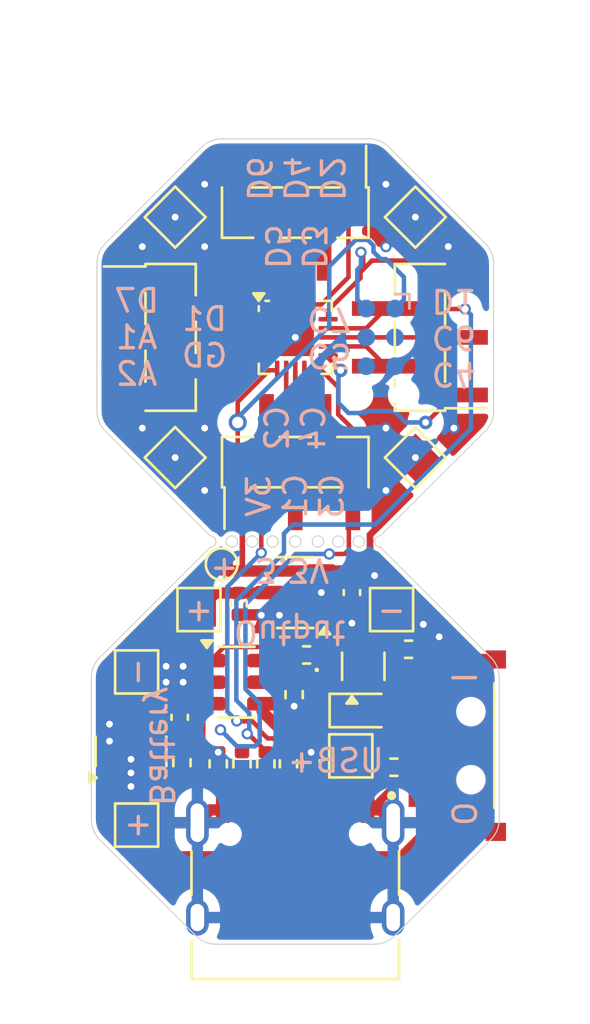
<source format=kicad_pcb>
(kicad_pcb (version 20240108) (generator "pcbnew") (generator_version "8.0")
  (layers (0 "F.Cu" signal) (31 "B.Cu" signal) (34 "B.Paste" user) (35 "F.Paste" user) (36 "B.SilkS" user "B.Silkscreen") (37 "F.SilkS" user "F.Silkscreen") (38 "B.Mask" user) (39 "F.Mask" user) (44 "Edge.Cuts" user))
  (net 0 "")
  (net 1 "GND")
  (net 2 "+5V")
  (net 3 "+3.3V")
  (net 4 "+BATT")
  (net 5 "Net-(U3-GND)")
  (net 6 "Net-(D1-K)")
  (net 7 "V_RAW")
  (net 11 "/SWDIO")
  (net 12 "Net-(J2-D--PadA7)")
  (net 13 "Net-(J2-D+-PadA6)")
  (net 15 "Net-(J2-CC2)")
  (net 17 "Net-(J2-CC1)")
  (net 18 "Net-(Q1A-D)")
  (net 19 "Net-(Q1B-G)")
  (net 20 "Net-(U2-PROG)")
  (net 21 "Net-(U2-~{CHRG})")
  (net 22 "D+")
  (net 23 "D-")
  (net 24 "DPU")
  (net 25 "Net-(U3-VDD)")
  (net 28 "/PD5")
  (net 29 "/PD6")
  (net 30 "/PD3")
  (net 31 "/PD4")
  (net 32 "/PD2")
  (net 33 "/PA1")
  (net 34 "/PA2")
  (net 35 "/PD7")
  (net 36 "/PD0")
  (net 37 "/PC1")
  (net 38 "/PC2")
  (net 39 "/PC4")
  (net 40 "/PC6")
  (net 41 "/PC5")
  (footprint "Connector_PinHeader_1.27mm:PinHeader_1x05_P1.27mm_Vertical_SMD_Pin1Left" (layer "F.Cu") (at 83.5 69.5)
    (property "Reference" "J4" (hide yes))
    (property "Value" "Conn_01x05_Socket")
  )
  (footprint "Resistor_SMD:R_0402_1005Metric" (layer "F.Cu") (at 89.7 88.3 -90)
    (property "Reference" "R4" (hide yes))
    (property "Value" "5.1k")
  )
  (footprint "Capacitor_SMD:C_0402_1005Metric" (layer "F.Cu") (at 91.5 80.75 90)
    (property "Reference" "C2" (hide yes))
    (property "Value" "1uF")
  )
  (footprint "Connector_PinHeader_1.27mm:PinHeader_1x05_P1.27mm_Vertical_SMD_Pin1Left" (layer "F.Cu") (at 89 75 90)
    (property "Reference" "J5" (hide yes))
    (property "Value" "Conn_01x05_Socket")
  )
  (footprint "Resistor_SMD:R_0402_1005Metric" (layer "F.Cu") (at 86.65 88.3 -90)
    (property "Reference" "R6" (hide yes))
    (property "Value" "47")
  )
  (footprint "Capacitor_SMD:C_0402_1005Metric" (layer "F.Cu") (at 83.9 86.25 -90)
    (property "Reference" "C3" (hide yes))
    (property "Value" "100n")
  )
  (footprint "TestPoint:TestPoint_Pad_D1.0mm" (layer "F.Cu") (at 85.75 79.5)
    (property "Reference" "TP10" (hide yes))
    (property "Value" "TestPoint")
  )
  (footprint "TestPoint:TestPoint_Pad_1.5x1.5mm" (layer "F.Cu") (at 82 91)
    (property "Reference" "TP1" (hide yes))
    (property "Value" "TestPoint")
  )
  (footprint "TestPoint:TestPoint_Pad_1.5x1.5mm" (layer "F.Cu") (at 94.3 64.2 45)
    (property "Reference" "TP4" (hide yes))
    (property "Value" "TestPoint")
  )
  (footprint "Package_TO_SOT_SMD:SOT-23" (layer "F.Cu") (at 81.75 87.75 90)
    (property "Reference" "U3" (hide yes))
    (property "Value" "XB3303ASOT23")
  )
  (footprint "Resistor_SMD:R_0402_1005Metric" (layer "F.Cu") (at 89.5 83.5)
    (property "Reference" "R2" (hide yes))
    (property "Value" "1.5k")
  )
  (footprint "TestPoint:TestPoint_Pad_1.5x1.5mm" (layer "F.Cu") (at 94.3 74.8 45)
    (property "Reference" "TP6" (hide yes))
    (property "Value" "TestPoint")
  )
  (footprint "LED_SMD:LED_0402_1005Metric" (layer "F.Cu") (at 89.95 85.25 -90)
    (property "Reference" "D1" (hide yes))
    (property "Value" "LED")
  )
  (footprint "Diode_SMD:D_0603_1608Metric" (layer "F.Cu") (at 92 85.95)
    (property "Reference" "D2" (hide yes))
    (property "Value" "D")
  )
  (footprint "Resistor_SMD:R_0402_1005Metric" (layer "F.Cu") (at 94 83.25)
    (property "Reference" "R8" (hide yes))
    (property "Value" "100k")
  )
  (footprint "Package_TO_SOT_SMD:SOT-23-3" (layer "F.Cu") (at 89 80.75 180)
    (property "Reference" "U4" (hide yes))
    (property "Value" "XC6206PxxxMR")
  )
  (footprint "TestPoint:TestPoint_Pad_1.5x1.5mm" (layer "F.Cu") (at 84.75 81.5)
    (property "Reference" "TP3" (hide yes))
    (property "Value" "TestPoint")
  )
  (footprint "Resistor_SMD:R_0402_1005Metric" (layer "F.Cu") (at 84 88.25 -90)
    (property "Reference" "R10" (hide yes))
    (property "Value" "100")
  )
  (footprint "Connector_PinHeader_1.27mm:PinHeader_1x05_P1.27mm_Vertical_SMD_Pin1Left" (layer "F.Cu") (at 94.5 69.5 180)
    (property "Reference" "J6" (hide yes))
    (property "Value" "Conn_01x05_Socket")
  )
  (footprint "common:SK3296S01L1" (layer "F.Cu") (at 95.5 87.5 -90)
    (property "Reference" "S1" (hide yes))
    (property "Value" "SK-3296S-01-L1")
  )
  (footprint "Connector_PinHeader_1.27mm:PinHeader_1x05_P1.27mm_Vertical_SMD_Pin1Left" (layer "F.Cu") (at 89 64 -90)
    (property "Reference" "J3" (hide yes))
    (property "Value" "Conn_01x05_Socket")
  )
  (footprint "Capacitor_SMD:C_0402_1005Metric" (layer "F.Cu") (at 86.5 81.25 90)
    (property "Reference" "C1" (hide yes))
    (property "Value" "1uF")
  )
  (footprint "Resistor_SMD:R_0402_1005Metric" (layer "F.Cu") (at 87.7 88.3 -90)
    (property "Reference" "R7" (hide yes))
    (property "Value" "1.5k")
  )
  (footprint "Package_DFN_QFN:QFN-20-1EP_3x3mm_P0.4mm_EP1.65x1.65mm" (layer "F.Cu") (at 89 69.5)
    (property "Reference" "U1" (hide yes))
    (property "Value" "CH32V003FxUx")
  )
  (footprint "Resistor_SMD:R_0402_1005Metric" (layer "F.Cu") (at 93.35 88.45)
    (property "Reference" "R9" (hide yes))
    (property "Value" "100k")
  )
  (footprint "Package_TO_SOT_SMD:SOT-563" (layer "F.Cu") (at 92 84 90)
    (property "Reference" "Q1" (hide yes))
    (property "Value" "Q_Dual_PMOS_S1G1D2S2G2D1")
  )
  (footprint "TestPoint:TestPoint_Pad_1.5x1.5mm" (layer "F.Cu") (at 91.45 87.95)
    (property "Reference" "TP9" (hide yes))
    (property "Value" "TestPoint")
  )
  (footprint "Connector_USB:USB_C_Receptacle_XKB_U262-16XN-4BVC11" (layer "F.Cu") (at 89 94)
    (property "Reference" "J2" (hide yes))
    (property "Value" "USB_C_Receptacle_USB2.0_16P")
  )
  (footprint "TestPoint:TestPoint_Pad_1.5x1.5mm" (layer "F.Cu") (at 82 84.25)
    (property "Reference" "TP2" (hide yes))
    (property "Value" "TestPoint")
  )
  (footprint "Resistor_SMD:R_0402_1005Metric" (layer "F.Cu") (at 85.6 88.3 -90)
    (property "Reference" "R3" (hide yes))
    (property "Value" "5.1k")
  )
  (footprint "TestPoint:TestPoint_Pad_1.5x1.5mm" (layer "F.Cu") (at 83.7 64.2 45)
    (property "Reference" "TP5" (hide yes))
    (property "Value" "TestPoint")
  )
  (footprint "Resistor_SMD:R_0402_1005Metric" (layer "F.Cu") (at 88.7 88.3 -90)
    (property "Reference" "R5" (hide yes))
    (property "Value" "47")
  )
  (footprint "TestPoint:TestPoint_Pad_1.5x1.5mm" (layer "F.Cu") (at 93.25 81.5)
    (property "Reference" "TP8" (hide yes))
    (property "Value" "TestPoint")
  )
  (footprint "Resistor_SMD:R_0402_1005Metric" (layer "F.Cu") (at 88.95 85.25 -90)
    (property "Reference" "R1" (hide yes))
    (property "Value" "10k")
  )
  (footprint "TestPoint:TestPoint_Pad_1.5x1.5mm" (layer "F.Cu") (at 83.7 74.8 45)
    (property "Reference" "TP7" (hide yes))
    (property "Value" "TestPoint")
  )
  (footprint "Package_TO_SOT_SMD:TSOT-23-6" (layer "F.Cu") (at 86.4 84.7)
    (property "Reference" "U2" (hide yes))
    (property "Value" "TP4057")
  )
  (footprint "Connector:Tag-Connect_TC2030-IDC-NL_2x03_P1.27mm_Vertical" (layer "B.Cu") (at 92.766 69.5 -90)
    (property "Reference" "J1" (hide yes))
    (property "Value" "Conn_ARM_SWD_TagConnect_TC2030-NL")
  )
  (gr_line (start 97.750002 66.249998) (end 97.75 72.75) (stroke (width 0.05)) (layer "Edge.Cuts"))
  (gr_line (start 93.133883 61.116117) (end 97.383885 65.366115) (stroke (width 0.05)) (layer "Edge.Cuts"))
  (gr_line (start 98.000002 90.75) (end 98.000002 84.499998) (stroke (width 0.05)) (layer "Edge.Cuts"))
  (gr_arc (start 97.750002 72.750002) (mid 97.654851 73.228356) (end 97.383885 73.633885) (stroke (width 0.05)) (layer "Edge.Cuts"))
  (gr_arc (start 97.633885 83.616115) (mid 97.904851 84.021644) (end 98.000002 84.499998) (stroke (width 0.05)) (layer "Edge.Cuts"))
  (gr_line (start 97.633885 91.633883) (end 93.383885 95.883885) (stroke (width 0.05)) (layer "Edge.Cuts"))
  (gr_circle (center 88 78.5) (end 88 78.25) (stroke (width 0.05)) (fill none) (layer "Edge.Cuts"))
  (gr_line (start 84.616117 95.883883) (end 80.366115 91.633885) (stroke (width 0.05)) (layer "Edge.Cuts"))
  (gr_arc (start 84.866115 61.116115) (mid 85.271644 60.845149) (end 85.749998 60.749998) (stroke (width 0.05)) (layer "Edge.Cuts"))
  (gr_arc (start 80.25 66.25) (mid 80.345151 65.771646) (end 80.616117 65.366117) (stroke (width 0.05)) (layer "Edge.Cuts"))
  (gr_line (start 80.616117 65.366117) (end 84.866115 61.116115) (stroke (width 0.05)) (layer "Edge.Cuts"))
  (gr_arc (start 85.25 78.25) (mid 85.5 78.5) (end 85.25 78.75) (stroke (width 0.05)) (layer "Edge.Cuts"))
  (gr_arc (start 92.75 78.75) (mid 92.5 78.5) (end 92.75 78.25) (stroke (width 0.05)) (layer "Edge.Cuts"))
  (gr_line (start 80.249998 72.750002) (end 80.25 66.25) (stroke (width 0.05)) (layer "Edge.Cuts"))
  (gr_arc (start 80.366115 91.633885) (mid 80.095149 91.228356) (end 79.999998 90.750002) (stroke (width 0.05)) (layer "Edge.Cuts"))
  (gr_arc (start 97.383885 65.366115) (mid 97.654851 65.771644) (end 97.750002 66.249998) (stroke (width 0.05)) (layer "Edge.Cuts"))
  (gr_arc (start 80.616115 73.633885) (mid 80.345149 73.228356) (end 80.249998 72.750002) (stroke (width 0.05)) (layer "Edge.Cuts"))
  (gr_circle (center 91.8 78.5) (end 91.8 78.25) (stroke (width 0.05)) (fill none) (layer "Edge.Cuts"))
  (gr_line (start 80.366115 83.616115) (end 85.25 78.75) (stroke (width 0.05)) (layer "Edge.Cuts"))
  (gr_circle (center 87.1 78.5) (end 87.1 78.25) (stroke (width 0.05)) (fill none) (layer "Edge.Cuts"))
  (gr_line (start 85.5 96.25) (end 92.500002 96.250002) (stroke (width 0.05)) (layer "Edge.Cuts"))
  (gr_circle (center 90.9 78.5) (end 90.9 78.25) (stroke (width 0.05)) (fill none) (layer "Edge.Cuts"))
  (gr_line (start 79.999998 84.499998) (end 79.999998 90.750002) (stroke (width 0.05)) (layer "Edge.Cuts"))
  (gr_arc (start 79.999998 84.499998) (mid 80.095149 84.021644) (end 80.366115 83.616115) (stroke (width 0.05)) (layer "Edge.Cuts"))
  (gr_line (start 85.749998 60.749998) (end 92.25 60.75) (stroke (width 0.05)) (layer "Edge.Cuts"))
  (gr_line (start 97.383885 73.633885) (end 92.75 78.25) (stroke (width 0.05)) (layer "Edge.Cuts"))
  (gr_arc (start 92.25 60.75) (mid 92.728354 60.845151) (end 93.133883 61.116117) (stroke (width 0.05)) (layer "Edge.Cuts"))
  (gr_line (start 85.25 78.25) (end 80.616115 73.633885) (stroke (width 0.05)) (layer "Edge.Cuts"))
  (gr_circle (center 90 78.5) (end 90 78.25) (stroke (width 0.05)) (fill none) (layer "Edge.Cuts"))
  (gr_arc (start 93.383885 95.883885) (mid 92.978356 96.154851) (end 92.500002 96.250002) (stroke (width 0.05)) (layer "Edge.Cuts"))
  (gr_arc (start 98.000002 90.75) (mid 97.904851 91.228354) (end 97.633885 91.633883) (stroke (width 0.05)) (layer "Edge.Cuts"))
  (gr_line (start 97.633885 83.616115) (end 92.75 78.75) (stroke (width 0.05)) (layer "Edge.Cuts"))
  (gr_circle (center 89 78.5) (end 89 78.25) (stroke (width 0.05)) (fill none) (layer "Edge.Cuts"))
  (gr_circle (center 86.2 78.5) (end 86.2 78.25) (stroke (width 0.05)) (fill none) (layer "Edge.Cuts"))
  (gr_arc (start 85.5 96.25) (mid 85.021646 96.154849) (end 84.616117 95.883883) (stroke (width 0.05)) (layer "Edge.Cuts"))
  (gr_text "D1\nGD" (at 85 69.5 0) (layer "B.SilkS") (effects (font (size 1 1)) (justify mirror)))
  (gr_text "C5\nC7" (at 90.5 69.5 180) (layer "B.SilkS") (effects (font (size 1 1)) (justify mirror)))
  (gr_text "D3\nD5" (at 89 65.5 270) (layer "B.SilkS") (effects (font (size 1 1)) (justify mirror)))
  (gr_text "C2\nC4" (at 89 73.5 90) (layer "B.SilkS") (effects (font (size 1 1)) (justify mirror)))
  (gr_text "D7\nA1\nA2" (at 82 69.5 0) (layer "B.SilkS") (effects (font (size 1 1)) (justify mirror)))
  (gr_text "I" (at 96.5 84.5 90) (layer "B.SilkS") (effects (font (size 1 1)) (justify mirror)))
  (gr_text "-" (at 82 84.25 90) (layer "B.SilkS") (effects (font (size 1 1)) (justify mirror)))
  (gr_text "USB+" (at 93 88.75 0) (layer "B.SilkS") (effects (font (size 1 1)) (justify left bottom mirror)))
  (gr_text "Output" (at 88.75 82.5 180) (layer "B.SilkS") (effects (font (size 1 1)) (justify mirror)))
  (gr_text "D2\nD4\nD6" (at 89 62.5 270) (layer "B.SilkS") (effects (font (size 1 1)) (justify mirror)))
  (gr_text "C4\nC6\nD1" (at 96 69.5 180) (layer "B.SilkS") (effects (font (size 1 1)) (justify mirror)))
  (gr_text "O" (at 96.5 90.5 90) (layer "B.SilkS") (effects (font (size 1 1)) (justify mirror)))
  (gr_text "+" (at 82 91 90) (layer "B.SilkS") (effects (font (size 1 1)) (justify mirror)))
  (gr_text "3V\nC1\nC3" (at 89 76.5 90) (layer "B.SilkS") (effects (font (size 1 1)) (justify mirror)))
  (gr_text "+ 3.3V " (at 88.25 79.75 180) (layer "B.SilkS") (effects (font (size 1 1)) (justify mirror)))
  (gr_text "+" (at 84.75 81.5 0) (layer "B.SilkS") (effects (font (size 1 1)) (justify mirror)))
  (gr_text "-" (at 93.25 81.5 0) (layer "B.SilkS") (effects (font (size 1 1)) (justify mirror)))
  (gr_text "Battery" (at 82.5 90.25 -90) (layer "B.SilkS") (effects (font (size 1 1)) (justify left bottom mirror)))
  (segment (start 93.86 88.82) (end 92.35 90.33) (width 0.35) (layer "F.Cu") (net 1))
  (segment (start 97.5 83.926912) (end 97.5 84.5) (width 0.5) (layer "F.Cu") (net 1))
  (segment (start 85.245 90.33) (end 84.68 90.895) (width 0.5) (layer "F.Cu") (net 1))
  (segment (start 95.65 91.3) (end 97.477963 91.3) (width 0.5) (layer "F.Cu") (net 1))
  (segment (start 92.5 80) (end 92.297402 79.797402) (width 0.3) (layer "F.Cu") (net 1))
  (segment (start 93.565 89.115) (end 93.565 88.745) (width 0.35) (layer "F.Cu") (net 1))
  (segment (start 97.325935 83.732778) (end 97.325935 83.752847) (width 0.5) (layer "F.Cu") (net 1))
  (segment (start 85.87 69.9) (end 85 70.77) (width 0.2) (layer "F.Cu") (net 1))
  (segment (start 97.293037 83.7) (end 97.325935 83.732778) (width 0.5) (layer "F.Cu") (net 1))
  (segment (start 86.5 81.73) (end 87.48 81.73) (width 0.5) (layer "F.Cu") (net 1))
  (segment (start 92.765 89.915) (end 93.565 89.115) (width 0.35) (layer "F.Cu") (net 1))
  (segment (start 92.765 90.34) (end 92.765 89.915) (width 0.35) (layer "F.Cu") (net 1))
  (segment (start 87.48 81.73) (end 87.5 81.75) (width 0.5) (layer "F.Cu") (net 1))
  (segment (start 97.477963 91.3) (end 97.586919 91.191044) (width 0.5) (layer "F.Cu") (net 1))
  (segment (start 92.755 90.33) (end 93.32 90.895) (width 0.5) (layer "F.Cu") (net 1))
  (segment (start 90.1375 81.7) (end 91.03 81.7) (width 0.5) (layer "F.Cu") (net 1))
  (segment (start 94.51 82.29) (end 94.65 82.15) (width 0.5) (layer "F.Cu") (net 1))
  (segment (start 92.35 90.33) (end 92.755 90.33) (width 0.5) (layer "F.Cu") (net 1))
  (segment (start 95.65 83.7) (end 97.293037 83.7) (width 0.5) (layer "F.Cu") (net 1))
  (segment (start 87.55 69.9) (end 88.6 69.9) (width 0.2) (layer "F.Cu") (net 1))
  (segment (start 95.2 83.25) (end 95.65 83.7) (width 0.5) (layer "F.Cu") (net 1))
  (segment (start 92.297402 78.202598) (end 93 77.5) (width 0.3) (layer "F.Cu") (net 1))
  (segment (start 93.32 90.895) (end 92.765 90.34) (width 0.35) (layer "F.Cu") (net 1))
  (segment (start 93.565 88.745) (end 93.86 88.45) (width 0.35) (layer "F.Cu") (net 1))
  (segment (start 94.51 83.25) (end 94.51 82.29) (width 0.5) (layer "F.Cu") (net 1))
  (segment (start 92.297402 79.797402) (end 92.297402 78.202598) (width 0.3) (layer "F.Cu") (net 1))
  (segment (start 97.325935 83.752847) (end 97.5 83.926912) (width 0.5) (layer "F.Cu") (net 1))
  (segment (start 85.65 90.33) (end 85.245 90.33) (width 0.5) (layer "F.Cu") (net 1))
  (segment (start 93.86 88.45) (end 93.86 88.82) (width 0.35) (layer "F.Cu") (net 1))
  (segment (start 94.51 83.25) (end 95.2 83.25) (width 0.5) (layer "F.Cu") (net 1))
  (segment (start 85.2625 84.7) (end 84.05 84.7) (width 0.5) (layer "F.Cu") (net 1))
  (segment (start 91.03 81.7) (end 91.5 81.23) (width 0.5) (layer "F.Cu") (net 1))
  (segment (start 87.55 69.9) (end 85.87 69.9) (width 0.2) (layer "F.Cu") (net 1))
  (segment (start 88.6 69.9) (end 89 69.5) (width 0.2) (layer "F.Cu") (net 1))
  (segment (start 91.5 81.23) (end 91.5 82.1) (width 0.5) (layer "F.Cu") (net 1))
  (via (at 88.95 85.76) (size 0.5) (drill 0.3) (layers "F.Cu" "B.Cu") (net 1))
  (via (at 84.05 84) (size 0.5) (drill 0.3) (layers "F.Cu" "B.Cu") (net 1))
  (via (at 93 73.5) (size 0.5) (drill 0.3) (layers "F.Cu" "B.Cu") (net 1))
  (via (at 93 62.75) (size 0.5) (drill 0.3) (layers "F.Cu" "B.Cu") (net 1))
  (via (at 90.15 80.75) (size 0.5) (drill 0.3) (layers "F.Cu" "B.Cu") (net 1))
  (via (at 80.8 86.55) (size 0.5) (drill 0.3) (layers "F.Cu" "B.Cu") (net 1))
  (via (at 81.75 88.1) (size 0.5) (drill 0.3) (layers "F.Cu" "B.Cu") (net 1))
  (via (at 93 65.5) (size 0.5) (drill 0.3) (layers "F.Cu" "B.Cu") (net 1))
  (via (at 94.3 64.2) (size 0.5) (drill 0.3) (layers "F.Cu" "B.Cu") (net 1))
  (via (at 93 76.25) (size 0.5) (drill 0.3) (layers "F.Cu" "B.Cu") (net 1))
  (via (at 84.05 84.7) (size 0.5) (drill 0.3) (layers "F.Cu" "B.Cu") (net 1))
  (via (at 81.75 89.3) (size 0.5) (drill 0.3) (layers "F.Cu" "B.Cu") (net 1))
  (via (at 94.65 82.15) (size 0.5) (drill 0.3) (layers "F.Cu" "B.Cu") (net 1))
  (via (at 83.7 74.8) (size 0.5) (drill 0.3) (layers "F.Cu" "B.Cu") (net 1))
  (via (at 96 73.5) (size 0.5) (drill 0.3) (layers "F.Cu" "B.Cu") (net 1))
  (via (at 83.3 84) (size 0.5) (drill 0.3) (layers "F.Cu" "B.Cu") (net 1))
  (via (at 91.5 82.1) (size 0.5) (drill 0.3) (layers "F.Cu" "B.Cu") (net 1))
  (via (at 82.25 65.5) (size 0.5) (drill 0.3) (layers "F.Cu" "B.Cu") (net 1))
  (via (at 81.75 88.7) (size 0.5) (drill 0.3) (layers "F.Cu" "B.Cu") (net 1))
  (via (at 87.5 81.75) (size 0.5) (drill 0.3) (layers "F.Cu" "B.Cu") (net 1))
  (via (at 89.7 87.79) (size 0.5) (drill 0.3) (layers "F.Cu" "B.Cu") (net 1))
  (via (at 88.3 81.75) (size 0.5) (drill 0.3) (layers "F.Cu" "B.Cu") (net 1))
  (via (at 85 65.5) (size 0.5) (drill 0.3) (layers "F.Cu" "B.Cu") (net 1))
  (via (at 80.8 87.3) (size 0.5) (drill 0.3) (layers "F.Cu" "B.Cu") (net 1))
  (via (at 94.3 74.8) (size 0.5) (drill 0.3) (layers "F.Cu" "B.Cu") (net 1))
  (via (at 83.3 84.7) (size 0.5) (drill 0.3) (layers "F.Cu" "B.Cu") (net 1))
  (via (at 82.25 73.5) (size 0.5) (drill 0.3) (layers "F.Cu" "B.Cu") (net 1))
  (via (at 95.75 65.5) (size 0.5) (drill 0.3) (layers "F.Cu" "B.Cu") (net 1))
  (via (at 85 62.75) (size 0.5) (drill 0.3) (layers "F.Cu" "B.Cu") (net 1))
  (via (at 83.7 64.2) (size 0.5) (drill 0.3) (layers "F.Cu" "B.Cu") (net 1))
  (via (at 85 76.25) (size 0.5) (drill 0.3) (layers "F.Cu" "B.Cu") (net 1))
  (via (at 85 73.5) (size 0.5) (drill 0.3) (layers "F.Cu" "B.Cu") (net 1))
  (via (at 92.5 80) (size 0.5) (drill 0.3) (layers "F.Cu" "B.Cu") (net 1))
  (via (at 85.6 87.79) (size 0.5) (drill 0.3) (layers "F.Cu" "B.Cu") (net 1))
  (via (at 89 69.5) (size 0.5) (drill 0.3) (layers "F.Cu" "B.Cu") (net 1))
  (via (at 95.35 82.7) (size 0.5) (drill 0.3) (layers "F.Cu" "B.Cu") (net 1))
  (segment (start 89.95 85.735) (end 89.95 86.447203) (width 0.5) (layer "F.Cu") (net 2))
  (segment (start 89.831433 86.65) (end 91.131433 87.95) (width 0.5) (layer "F.Cu") (net 2))
  (segment (start 91.5625 88.4875) (end 91.275 88.775) (width 0.35) (layer "F.Cu") (net 2))
  (segment (start 91.525 88.6625) (end 91.525 90.305) (width 0.35) (layer "F.Cu") (net 2))
  (segment (start 87.5 91.8) (end 86.75 91.05) (width 0.3) (layer "F.Cu") (net 2))
  (segment (start 91.7375 88.45) (end 91.7 88.4875) (width 0.5) (layer "F.Cu") (net 2))
  (segment (start 92.84 88.45) (end 91.7375 88.45) (width 0.5) (layer "F.Cu") (net 2))
  (segment (start 91.45 87.95) (end 91.45 87.2875) (width 0.5) (layer "F.Cu") (net 2))
  (segment (start 91.55 90.33) (end 91.55 90.75) (width 0.3) (layer "F.Cu") (net 2))
  (segment (start 91.55 90.75) (end 90.5 91.8) (width 0.3) (layer "F.Cu") (net 2))
  (segment (start 91.25 90.33) (end 91.55 90.33) (width 0.2) (layer "F.Cu") (net 2))
  (segment (start 90.5 91.8) (end 87.5 91.8) (width 0.3) (layer "F.Cu") (net 2))
  (segment (start 92 85.1625) (end 92.7875 85.95) (width 0.2) (layer "F.Cu") (net 2))
  (segment (start 88.2 86.65) (end 89.831433 86.65) (width 0.5) (layer "F.Cu") (net 2))
  (segment (start 86.75 91.05) (end 86.75 90.33) (width 0.3) (layer "F.Cu") (net 2))
  (segment (start 89.831433 86.65) (end 89.992115 86.489318) (width 0.5) (layer "F.Cu") (net 2))
  (segment (start 87.5375 85.65) (end 87.5375 85.9875) (width 0.5) (layer "F.Cu") (net 2))
  (segment (start 89.95 86.447203) (end 89.992115 86.489318) (width 0.5) (layer "F.Cu") (net 2))
  (segment (start 91.275 88.775) (end 91.275 90.33) (width 0.35) (layer "F.Cu") (net 2))
  (segment (start 91.131433 87.95) (end 91.45 87.95) (width 0.5) (layer "F.Cu") (net 2))
  (segment (start 91.7 88.4875) (end 91.5625 88.4875) (width 0.35) (layer "F.Cu") (net 2))
  (segment (start 91.7 88.4875) (end 91.525 88.6625) (width 0.35) (layer "F.Cu") (net 2))
  (segment (start 87.5375 85.9875) (end 88.2 86.65) (width 0.5) (layer "F.Cu") (net 2))
  (segment (start 91.45 87.2875) (end 92.7875 85.95) (width 0.5) (layer "F.Cu") (net 2))
  (segment (start 92 84.7125) (end 92 85.1625) (width 0.2) (layer "F.Cu") (net 2))
  (segment (start 86.45 90.33) (end 86.75 90.33) (width 0.2) (layer "F.Cu") (net 2))
  (segment (start 86.665302 76.705302) (end 86.665302 79.589894) (width 0.25) (layer "F.Cu") (net 3))
  (segment (start 86.05 79.8) (end 85.75 79.5) (width 0.5) (layer "F.Cu") (net 3))
  (segment (start 87.855 70.95) (end 86.46 72.345) (width 0.2) (layer "F.Cu") (net 3))
  (segment (start 86.75 79.8) (end 86.05 79.8) (width 0.5) (layer "F.Cu") (net 3))
  (segment (start 86.46 73.25) (end 86.46 76.5) (width 0.2) (layer "F.Cu") (net 3))
  (segment (start 86.46 72.345) (end 86.46 73.25) (width 0.2) (layer "F.Cu") (net 3))
  (segment (start 90.1375 79.8) (end 86.75 79.8) (width 0.5) (layer "F.Cu") (net 3))
  (segment (start 91.5 80.27) (end 91.03 79.8) (width 0.5) (layer "F.Cu") (net 3))
  (segment (start 86.46 76.5) (end 86.665302 76.705302) (width 0.25) (layer "F.Cu") (net 3))
  (segment (start 91.03 79.8) (end 90.1375 79.8) (width 0.5) (layer "F.Cu") (net 3))
  (segment (start 88.2 70.95) (end 87.855 70.95) (width 0.2) (layer "F.Cu") (net 3))
  (segment (start 86.602598 79.652598) (end 86.75 79.8) (width 0.2) (layer "F.Cu") (net 3))
  (segment (start 86.665302 79.589894) (end 86.602598 79.652598) (width 0.25) (layer "F.Cu") (net 3))
  (via (at 86.46 73.25) (size 0.8) (drill 0.5) (layers "F.Cu" "B.Cu") (net 3))
  (segment (start 92.45 65.727818) (end 92.45 65.45) (width 0.2) (layer "B.Cu") (net 3))
  (segment (start 93.794699 67.836301) (end 93.794699 66.844699) (width 0.2) (layer "B.Cu") (net 3))
  (segment (start 93.794699 66.844699) (end 93 66.05) (width 0.2) (layer "B.Cu") (net 3))
  (segment (start 93.401 68.23) (end 93.794699 67.836301) (width 0.2) (layer "B.Cu") (net 3))
  (segment (start 91.669682 65.2) (end 90.5 66.369682) (width 0.2) (layer "B.Cu") (net 3))
  (segment (start 90.5 69) (end 86.46 73.04) (width 0.2) (layer "B.Cu") (net 3))
  (segment (start 90.5 66.369682) (end 90.5 69) (width 0.2) (layer "B.Cu") (net 3))
  (segment (start 93 66.05) (end 92.772182 66.05) (width 0.2) (layer "B.Cu") (net 3))
  (segment (start 92.772182 66.05) (end 92.45 65.727818) (width 0.2) (layer "B.Cu") (net 3))
  (segment (start 92.45 65.45) (end 92.2 65.2) (width 0.2) (layer "B.Cu") (net 3))
  (segment (start 92.2 65.2) (end 91.669682 65.2) (width 0.2) (layer "B.Cu") (net 3))
  (segment (start 86.46 73.04) (end 86.46 73.25) (width 0.2) (layer "B.Cu") (net 3))
  (segment (start 93.65 84.536396) (end 92.525 83.411396) (width 0.3) (layer "F.Cu") (net 4))
  (segment (start 82 91) (end 84 89) (width 0.5) (layer "F.Cu") (net 4))
  (segment (start 82 91) (end 83.4 92.4) (width 0.5) (layer "F.Cu") (net 4))
  (segment (start 93.8 87.7) (end 93.65 87.55) (width 0.3) (layer "F.Cu") (net 4))
  (segment (start 84 89) (end 84 88.76) (width 0.5) (layer "F.Cu") (net 4))
  (segment (start 94.6 89.75) (end 94.6 88) (width 0.3) (layer "F.Cu") (net 4))
  (segment (start 92.525 83.411396) (end 92.525 83.2875) (width 0.3) (layer "F.Cu") (net 4))
  (segment (start 83.4 92.4) (end 93.708503 92.4) (width 0.5) (layer "F.Cu") (net 4))
  (segment (start 83.9 86.73) (end 84.141056 86.73) (width 0.5) (layer "F.Cu") (net 4))
  (segment (start 84.131056 88.76) (end 84 88.76) (width 0.5) (layer "F.Cu") (net 4))
  (segment (start 84.141056 86.73) (end 84.79 87.378944) (width 0.5) (layer "F.Cu") (net 4))
  (segment (start 84.79 86.1225) (end 85.2625 85.65) (width 0.5) (layer "F.Cu") (net 4))
  (segment (start 84.79 88.29) (end 84.79 86.1225) (width 0.5) (layer "F.Cu") (net 4))
  (segment (start 93.708503 92.4) (end 94.6 91.508503) (width 0.5) (layer "F.Cu") (net 4))
  (segment (start 84.79 88.101056) (end 84.131056 88.76) (width 0.5) (layer "F.Cu") (net 4))
  (segment (start 93.65 87.55) (end 93.65 84.536396) (width 0.3) (layer "F.Cu") (net 4))
  (segment (start 84.79 87.378944) (end 84.79 88.101056) (width 0.5) (layer "F.Cu") (net 4))
  (segment (start 94.6 88) (end 94.3 87.7) (width 0.3) (layer "F.Cu") (net 4))
  (segment (start 94.3 87.7) (end 93.8 87.7) (width 0.3) (layer "F.Cu") (net 4))
  (segment (start 94.6 91.508503) (end 94.6 89.75) (width 0.5) (layer "F.Cu") (net 4))
  (segment (start 82.7925 85.77) (end 81.75 86.8125) (width 0.5) (layer "F.Cu") (net 5))
  (segment (start 82 84.9775) (end 82.7925 85.77) (width 0.5) (layer "F.Cu") (net 5))
  (segment (start 83.9 85.77) (end 82.7925 85.77) (width 0.5) (layer "F.Cu") (net 5))
  (segment (start 82 84.25) (end 82 84.9775) (width 0.5) (layer "F.Cu") (net 5))
  (segment (start 89.95 83.56) (end 90.01 83.5) (width 0.2) (layer "F.Cu") (net 6))
  (segment (start 89.95 84.765) (end 89.95 83.56) (width 0.2) (layer "F.Cu") (net 6))
  (segment (start 88.524999 80.75) (end 89.025 81.250001) (width 0.5) (layer "F.Cu") (net 7))
  (segment (start 89.025 81.250001) (end 89.025 82.102684) (width 0.5) (layer "F.Cu") (net 7))
  (segment (start 91.2125 84.875) (end 91.375 84.7125) (width 0.5) (layer "F.Cu") (net 7))
  (segment (start 87.8625 80.75) (end 88.524999 80.75) (width 0.5) (layer "F.Cu") (net 7))
  (segment (start 90.391056 82.73) (end 90.875 83.213944) (width 0.5) (layer "F.Cu") (net 7))
  (segment (start 86.5 80.77) (end 87.8425 80.77) (width 0.5) (layer "F.Cu") (net 7))
  (segment (start 89.025 82.102684) (end 89.652316 82.73) (width 0.5) (layer "F.Cu") (net 7))
  (segment (start 84.75 81.5) (end 85.48 80.77) (width 0.5) (layer "F.Cu") (net 7))
  (segment (start 85.48 80.77) (end 86.5 80.77) (width 0.5) (layer "F.Cu") (net 7))
  (segment (start 89.652316 82.73) (end 90.391056 82.73) (width 0.5) (layer "F.Cu") (net 7))
  (segment (start 91.2125 85.95) (end 91.2125 84.875) (width 0.5) (layer "F.Cu") (net 7))
  (segment (start 90.875 83.213944) (end 90.875 84.2125) (width 0.5) (layer "F.Cu") (net 7))
  (segment (start 87.8425 80.77) (end 87.8625 80.75) (width 0.5) (layer "F.Cu") (net 7))
  (segment (start 90.875 84.2125) (end 91.375 84.7125) (width 0.5) (layer "F.Cu") (net 7))
  (segment (start 92 66.5) (end 91.880343 66.619657) (width 0.2) (layer "F.Cu") (net 11))
  (segment (start 92 65.8525) (end 91.8975 65.75) (width 0.2) (layer "F.Cu") (net 11))
  (segment (start 96 66.96) (end 95.1547 66.1147) (width 0.2) (layer "F.Cu") (net 11))
  (segment (start 90.45 68.310686) (end 90.45 68.7) (width 0.2) (layer "F.Cu") (net 11))
  (segment (start 92.3853 66.1147) (end 92 66.5) (width 0.2) (layer "F.Cu") (net 11))
  (segment (start 91.880343 66.619657) (end 91.880343 66.880343) (width 0.2) (layer "F.Cu") (net 11))
  (segment (start 91.880343 66.880343) (end 90.45 68.310686) (width 0.2) (layer "F.Cu") (net 11))
  (segment (start 95.1547 66.1147) (end 92.3853 66.1147) (width 0.2) (layer "F.Cu") (net 11))
  (segment (start 92 66.5) (end 92 65.8525) (width 0.2) (layer "F.Cu") (net 11))
  (via (at 91.8975 65.75) (size 0.5) (drill 0.3) (layers "F.Cu" "B.Cu") (net 11))
  (segment (start 91.737301 67.836301) (end 92.131 68.23) (width 0.2) (layer "B.Cu") (net 11))
  (segment (start 91.8975 65.75) (end 91.8975 66.3525) (width 0.2) (layer "B.Cu") (net 11))
  (segment (start 91.8975 66.3525) (end 91.737301 66.512699) (width 0.2) (layer "B.Cu") (net 11))
  (segment (start 91.737301 66.512699) (end 91.737301 67.836301) (width 0.2) (layer "B.Cu") (net 11))
  (segment (start 88.25 90.33) (end 88.25 91.155) (width 0.2) (layer "F.Cu") (net 12))
  (segment (start 87.580686 88.77) (end 88.25 89.439314) (width 0.2) (layer "F.Cu") (net 12))
  (segment (start 89.25 91.155) (end 89.25 90.33) (width 0.2) (layer "F.Cu") (net 12))
  (segment (start 88.25 89.439314) (end 88.25 90.33) (width 0.2) (layer "F.Cu") (net 12))
  (segment (start 88.395 91.3) (end 89.105 91.3) (width 0.2) (layer "F.Cu") (net 12))
  (segment (start 89.105 91.3) (end 89.25 91.155) (width 0.2) (layer "F.Cu") (net 12))
  (segment (start 88.25 91.155) (end 88.395 91.3) (width 0.2) (layer "F.Cu") (net 12))
  (segment (start 86.65 88.77) (end 87.580686 88.77) (width 0.2) (layer "F.Cu") (net 12))
  (segment (start 88.85 88.96) (end 88.85 89.455) (width 0.2) (layer "F.Cu") (net 13))
  (segment (start 89.7 89.455) (end 88.85 89.455) (width 0.2) (layer "F.Cu") (net 13))
  (segment (start 89.75 90.33) (end 89.75 89.505) (width 0.2) (layer "F.Cu") (net 13))
  (segment (start 88.7 88.77) (end 88.7 88.81) (width 0.2) (layer "F.Cu") (net 13))
  (segment (start 89.75 89.505) (end 89.7 89.455) (width 0.2) (layer "F.Cu") (net 13))
  (segment (start 88.85 89.455) (end 88.75 89.555) (width 0.2) (layer "F.Cu") (net 13))
  (segment (start 88.7 88.81) (end 88.85 88.96) (width 0.2) (layer "F.Cu") (net 13))
  (segment (start 88.75 89.555) (end 88.75 90.33) (width 0.2) (layer "F.Cu") (net 13))
  (segment (start 89.7 88.77) (end 89.7 88.8) (width 0.2) (layer "F.Cu") (net 15))
  (segment (start 90.355 89.455) (end 90.7 89.455) (width 0.2) (layer "F.Cu") (net 15))
  (segment (start 90.75 89.505) (end 90.75 90.33) (width 0.2) (layer "F.Cu") (net 15))
  (segment (start 90.7 89.455) (end 90.75 89.505) (width 0.2) (layer "F.Cu") (net 15))
  (segment (start 89.7 88.8) (end 90.355 89.455) (width 0.2) (layer "F.Cu") (net 15))
  (segment (start 87.7 89.455) (end 86.245 89.455) (width 0.2) (layer "F.Cu") (net 17))
  (segment (start 87.75 90.33) (end 87.75 89.505) (width 0.2) (layer "F.Cu") (net 17))
  (segment (start 87.75 89.505) (end 87.7 89.455) (width 0.2) (layer "F.Cu") (net 17))
  (segment (start 86.245 89.455) (end 85.6 88.81) (width 0.2) (layer "F.Cu") (net 17))
  (segment (start 92.5 84.142484) (end 92.362259 84.004743) (width 0.3) (layer "F.Cu") (net 18))
  (segment (start 91.5 83.926719) (end 91.5 83.2875) (width 0.3) (layer "F.Cu") (net 18))
  (segment (start 92.5 84.7125) (end 92.5 84.142484) (width 0.3) (layer "F.Cu") (net 18))
  (segment (start 92.362259 84.004743) (end 91.578024 84.004743) (width 0.3) (layer "F.Cu") (net 18))
  (segment (start 91.578024 84.004743) (end 91.5 83.926719) (width 0.3) (layer "F.Cu") (net 18))
  (segment (start 95.5 85.85) (end 94.6 86.75) (width 0.2) (layer "F.Cu") (net 19))
  (segment (start 93.49 83.74) (end 94.25 84.5) (width 0.2) (layer "F.Cu") (net 19))
  (segment (start 94.25 84.5) (end 95.35 84.5) (width 0.2) (layer "F.Cu") (net 19))
  (segment (start 92 82.75) (end 92 83.2875) (width 0.2) (layer "F.Cu") (net 19))
  (segment (start 95.5 84.65) (end 95.5 85.85) (width 0.2) (layer "F.Cu") (net 19))
  (segment (start 92.1 82.65) (end 92 82.75) (width 0.2) (layer "F.Cu") (net 19))
  (segment (start 92.89 82.65) (end 92.1 82.65) (width 0.2) (layer "F.Cu") (net 19))
  (segment (start 93.49 83.25) (end 93.49 83.74) (width 0.2) (layer "F.Cu") (net 19))
  (segment (start 95.35 84.5) (end 95.5 84.65) (width 0.2) (layer "F.Cu") (net 19))
  (segment (start 93.49 83.25) (end 92.89 82.65) (width 0.2) (layer "F.Cu") (net 19))
  (segment (start 87.96 83.75) (end 88.95 84.74) (width 0.2) (layer "F.Cu") (net 20))
  (segment (start 87.5375 83.75) (end 87.96 83.75) (width 0.2) (layer "F.Cu") (net 20))
  (segment (start 88.64 83.15) (end 85.8625 83.15) (width 0.2) (layer "F.Cu") (net 21))
  (segment (start 85.8625 83.15) (end 85.2625 83.75) (width 0.2) (layer "F.Cu") (net 21))
  (segment (start 88.99 83.5) (end 88.64 83.15) (width 0.2) (layer "F.Cu") (net 21))
  (segment (start 87.73 73.5) (end 87.5 73.73) (width 0.2) (layer "F.Cu") (net 22))
  (segment (start 87.430594 86.748427) (end 87.430594 86.830594) (width 0.2) (layer "F.Cu") (net 22))
  (segment (start 88.6 72.63) (end 87.73 73.5) (width 0.2) (layer "F.Cu") (net 22))
  (segment (start 88.6 70.95) (end 88.6 72.63) (width 0.2) (layer "F.Cu") (net 22))
  (segment (start 87.108412 86.426245) (end 87.430594 86.748427) (width 0.2) (layer "F.Cu") (net 22))
  (segment (start 86.418374 86.409034) (end 86.435585 86.426245) (width 0.2) (layer "F.Cu") (net 22))
  (segment (start 87.430594 86.830594) (end 87.78 87.18) (width 0.2) (layer "F.Cu") (net 22))
  (segment (start 88.598924 87.75) (end 88.7 87.75) (width 0.2) (layer "F.Cu") (net 22))
  (segment (start 86.435585 86.426245) (end 87.108412 86.426245) (width 0.2) (layer "F.Cu") (net 22))
  (segment (start 88.028924 87.18) (end 88.598924 87.75) (width 0.2) (layer "F.Cu") (net 22))
  (segment (start 87.78 87.18) (end 88.028924 87.18) (width 0.2) (layer "F.Cu") (net 22))
  (segment (start 87.5 73.73) (end 87.5 79) (width 0.2) (layer "F.Cu") (net 22))
  (via (at 87.5 79) (size 0.5) (drill 0.3) (layers "F.Cu" "B.Cu") (net 22))
  (via (at 86.418374 86.409034) (size 0.5) (drill 0.3) (layers "F.Cu" "B.Cu") (net 22))
  (segment (start 86 80.5) (end 86 85.99066) (width 0.2) (layer "B.Cu") (net 22))
  (segment (start 87.5 79) (end 86 80.5) (width 0.2) (layer "B.Cu") (net 22))
  (segment (start 86 85.99066) (end 86.418374 86.409034) (width 0.2) (layer "B.Cu") (net 22))
  (segment (start 91.177064 79.05) (end 91.363532 78.863532) (width 0.2) (layer "F.Cu") (net 23))
  (segment (start 91.363532 76.676468) (end 91.54 76.5) (width 0.2) (layer "F.Cu") (net 23))
  (segment (start 90.895 71.7) (end 90.895 72.895) (width 0.2) (layer "F.Cu") (net 23))
  (segment (start 90.895 72.895) (end 91.54 73.54) (width 0.2) (layer "F.Cu") (net 23))
  (segment (start 91.54 73.54) (end 91.54 76.5) (width 0.2) (layer "F.Cu") (net 23))
  (segment (start 90.145 70.95) (end 90.895 71.7) (width 0.2) (layer "F.Cu") (net 23))
  (segment (start 90.5 79.05) (end 91.177064 79.05) (width 0.2) (layer "F.Cu") (net 23))
  (segment (start 85.7 86.8) (end 86.65 87.75) (width 0.2) (layer "F.Cu") (net 23))
  (segment (start 91.363532 78.863532) (end 91.363532 76.676468) (width 0.2) (layer "F.Cu") (net 23))
  (segment (start 89.8 70.95) (end 90.145 70.95) (width 0.2) (layer "F.Cu") (net 23))
  (via (at 90.5 79.05) (size 0.5) (drill 0.3) (layers "F.Cu" "B.Cu") (net 23))
  (via (at 85.7 86.8) (size 0.5) (drill 0.3) (layers "F.Cu" "B.Cu") (net 23))
  (segment (start 87.430594 85.630594) (end 87.430594 87.319406) (width 0.2) (layer "B.Cu") (net 23))
  (segment (start 90.5 79.05) (end 89.015686 79.05) (width 0.2) (layer "B.Cu") (net 23))
  (segment (start 87.430594 87.319406) (end 87.223755 87.526245) (width 0.2) (layer "B.Cu") (net 23))
  (segment (start 89.015686 79.05) (end 86.8 81.265686) (width 0.2) (layer "B.Cu") (net 23))
  (segment (start 86.8 85) (end 87.430594 85.630594) (width 0.2) (layer "B.Cu") (net 23))
  (segment (start 86.8 81.265686) (end 86.8 85) (width 0.2) (layer "B.Cu") (net 23))
  (segment (start 87.223755 87.526245) (end 86.426245 87.526245) (width 0.2) (layer "B.Cu") (net 23))
  (segment (start 86.426245 87.526245) (end 85.7 86.8) (width 0.2) (layer "B.Cu") (net 23))
  (segment (start 96.5 68.25) (end 95.75 68.25) (width 0.2) (layer "F.Cu") (net 24))
  (segment (start 92.13 69.1) (end 93 68.23) (width 0.2) (layer "F.Cu") (net 24))
  (segment (start 90.45 69.1) (end 92.13 69.1) (width 0.2) (layer "F.Cu") (net 24))
  (segment (start 95.75 68.25) (end 95.73 68.23) (width 0.2) (layer "F.Cu") (net 24))
  (segment (start 95.73 68.23) (end 93 68.23) (width 0.2) (layer "F.Cu") (net 24))
  (segment (start 86.926245 86.976245) (end 87.7 87.75) (width 0.2) (layer "F.Cu") (net 24))
  (segment (start 86.880594 86.976245) (end 86.926245 86.976245) (width 0.2) (layer "F.Cu") (net 24))
  (via (at 96.5 68.25) (size 0.5) (drill 0.3) (layers "F.Cu" "B.Cu") (net 24))
  (via (at 86.880594 86.976245) (size 0.5) (drill 0.3) (layers "F.Cu" "B.Cu") (net 24))
  (segment (start 96.75 73.527818) (end 96.75 68.5) (width 0.2) (layer "B.Cu") (net 24))
  (segment (start 88.5 79) (end 88.5 78.149871) (width 0.2) (layer "B.Cu") (net 24))
  (segment (start 96.75 68.5) (end 96.5 68.25) (width 0.2) (layer "B.Cu") (net 24))
  (segment (start 86.4 85.5) (end 86.4 81.1) (width 0.2) (layer "B.Cu") (net 24))
  (segment (start 86.4 81.1) (end 88.5 79) (width 0.2) (layer "B.Cu") (net 24))
  (segment (start 88.899871 77.75) (end 92.527818 77.75) (width 0.2) (layer "B.Cu") (net 24))
  (segment (start 86.968374 86.068374) (end 86.4 85.5) (width 0.2) (layer "B.Cu") (net 24))
  (segment (start 86.968374 86.888465) (end 86.968374 86.068374) (width 0.2) (layer "B.Cu") (net 24))
  (segment (start 92.527818 77.75) (end 96.75 73.527818) (width 0.2) (layer "B.Cu") (net 24))
  (segment (start 88.5 78.149871) (end 88.899871 77.75) (width 0.2) (layer "B.Cu") (net 24))
  (segment (start 86.880594 86.976245) (end 86.968374 86.888465) (width 0.2) (layer "B.Cu") (net 24))
  (segment (start 83.6475 87.74) (end 82.7 88.6875) (width 0.5) (layer "F.Cu") (net 25))
  (segment (start 84 87.74) (end 83.6475 87.74) (width 0.5) (layer "F.Cu") (net 25))
  (segment (start 88.6 66.37) (end 87.73 65.5) (width 0.2) (layer "F.Cu") (net 28))
  (segment (start 88.6 68.05) (end 88.6 66.37) (width 0.2) (layer "F.Cu") (net 28))
  (segment (start 86.46 66.655) (end 86.46 62.5) (width 0.2) (layer "F.Cu") (net 29))
  (segment (start 87.855 68.05) (end 86.46 66.655) (width 0.2) (layer "F.Cu") (net 29))
  (segment (start 88.2 68.05) (end 87.855 68.05) (width 0.2) (layer "F.Cu") (net 29))
  (segment (start 89.4 68.05) (end 89.4 66.37) (width 0.2) (layer "F.Cu") (net 30))
  (segment (start 89.4 66.37) (end 90.27 65.5) (width 0.2) (layer "F.Cu") (net 30))
  (segment (start 89 68.05) (end 89 62.5) (width 0.2) (layer "F.Cu") (net 31))
  (segment (start 91.3475 66.8475) (end 91.3475 64.4425) (width 0.2) (layer "F.Cu") (net 32))
  (segment (start 89.8 68.05) (end 90.145 68.05) (width 0.2) (layer "F.Cu") (net 32))
  (segment (start 91.3475 64.4425) (end 91.54 64.25) (width 0.2) (layer "F.Cu") (net 32))
  (segment (start 90.145 68.05) (end 91.3475 66.8475) (width 0.2) (layer "F.Cu") (net 32))
  (segment (start 91.54 64.25) (end 91.54 62.5) (width 0.2) (layer "F.Cu") (net 32))
  (segment (start 87.55 69.1) (end 85.87 69.1) (width 0.2) (layer "F.Cu") (net 33))
  (segment (start 85.87 69.1) (end 85 68.23) (width 0.2) (layer "F.Cu") (net 33))
  (segment (start 87.55 69.5) (end 82 69.5) (width 0.2) (layer "F.Cu") (net 34))
  (segment (start 87.55 68.7) (end 87.55 68.375) (width 0.2) (layer "F.Cu") (net 35))
  (segment (start 86.135 66.96) (end 82 66.96) (width 0.2) (layer "F.Cu") (net 35))
  (segment (start 87.55 68.375) (end 86.135 66.96) (width 0.2) (layer "F.Cu") (net 35))
  (segment (start 86.155 72.04) (end 82 72.04) (width 0.2) (layer "F.Cu") (net 36))
  (segment (start 87.55 70.645) (end 86.155 72.04) (width 0.2) (layer "F.Cu") (net 36))
  (segment (start 87.55 70.3) (end 87.55 70.645) (width 0.2) (layer "F.Cu") (net 36))
  (segment (start 89 70.95) (end 89 76.5) (width 0.2) (layer "F.Cu") (net 37))
  (segment (start 89.4 70.95) (end 89.4 72.63) (width 0.2) (layer "F.Cu") (net 38))
  (segment (start 89.4 72.63) (end 90.27 73.5) (width 0.2) (layer "F.Cu") (net 38))
  (segment (start 90.45 70.3) (end 90.45 70.40647) (width 0.2) (layer "F.Cu") (net 39))
  (segment (start 90.45 70.40647) (end 91.000001 70.956471) (width 0.2) (layer "F.Cu") (net 39))
  (segment (start 94.75 73.25) (end 94.79 73.25) (width 0.2) (layer "F.Cu") (net 39))
  (segment (start 94.79 73.25) (end 96 72.04) (width 0.2) (layer "F.Cu") (net 39))
  (via (at 94.75 73.25) (size 0.6) (drill 0.3) (layers "F.Cu" "B.Cu") (net 39))
  (via (at 91.000001 70.956471) (size 0.6) (drill 0.3) (layers "F.Cu" "B.Cu") (net 39))
  (segment (start 93.867276 73.25) (end 94.75 73.25) (width 0.2) (layer "B.Cu") (net 39))
  (segment (start 92.079424 72.8353) (end 92.164724 72.75) (width 0.2) (layer "B.Cu") (net 39))
  (segment (start 90.9047 71.051772) (end 90.9047 72.390135) (width 0.2) (layer "B.Cu") (net 39))
  (segment (start 91.000001 70.956471) (end 90.9047 71.051772) (width 0.2) (layer "B.Cu") (net 39))
  (segment (start 91.349865 72.8353) (end 92.079424 72.8353) (width 0.2) (layer "B.Cu") (net 39))
  (segment (start 93.367276 72.75) (end 93.867276 73.25) (width 0.2) (layer "B.Cu") (net 39))
  (segment (start 90.9047 72.390135) (end 91.349865 72.8353) (width 0.2) (layer "B.Cu") (net 39))
  (segment (start 92.164724 72.75) (end 93.367276 72.75) (width 0.2) (layer "B.Cu") (net 39))
  (segment (start 90.45 69.5) (end 96 69.5) (width 0.2) (layer "F.Cu") (net 40))
  (segment (start 92.13 69.9) (end 93 70.77) (width 0.2) (layer "F.Cu") (net 41))
  (segment (start 90.45 69.9) (end 92.13 69.9) (width 0.2) (layer "F.Cu") (net 41))
  (zone (net 1) (net_name "GND") (layers "F.Cu" "B.Cu") (connect_pads (clearance 0.5)) (min_thickness 0.25) (fill yes (thermal_gap 0.5) (thermal_bridge_width 0.5))
    (polygon (pts (xy 80 97) (xy 80 60) (xy 98 60) (xy 98 97)))
  )
)
</source>
